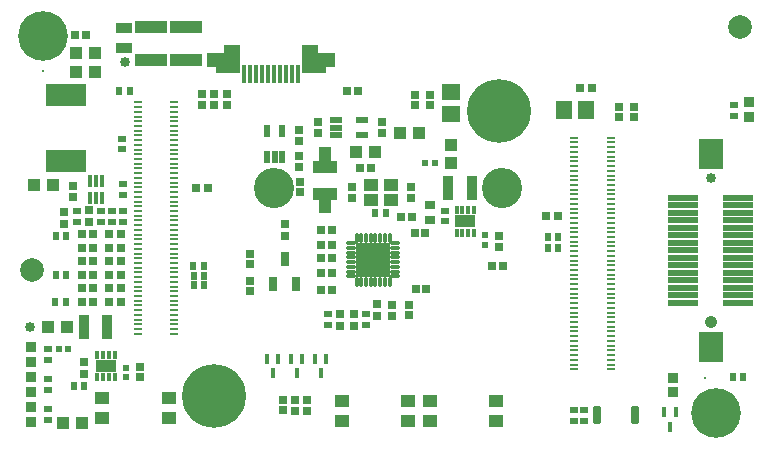
<source format=gbs>
G04*
G04 #@! TF.GenerationSoftware,Altium Limited,Altium Designer,23.3.1 (30)*
G04*
G04 Layer_Color=16711935*
%FSLAX44Y44*%
%MOMM*%
G71*
G04*
G04 #@! TF.SameCoordinates,D45B20F3-F38D-42A2-87FA-560754FB767C*
G04*
G04*
G04 #@! TF.FilePolarity,Negative*
G04*
G01*
G75*
%ADD10C,0.2032*%
%ADD55R,0.7216X0.7216*%
%ADD59R,1.3016X1.1016*%
%ADD67R,0.6516X0.7516*%
%ADD68R,0.7516X0.6516*%
%ADD69R,1.1016X1.0016*%
%ADD70C,0.8516*%
%ADD71R,0.6516X0.5516*%
%ADD73R,0.7216X0.7216*%
%ADD74R,1.6016X1.4016*%
%ADD75R,0.5516X0.6516*%
%ADD77C,2.0000*%
%ADD87R,2.7016X1.0516*%
%ADD88R,1.0016X1.1016*%
%ADD91C,1.0524*%
%ADD92C,0.8524*%
%ADD93C,5.4000*%
%ADD95C,4.2032*%
%ADD96C,3.4032*%
%ADD97C,0.6080*%
%ADD136R,3.4000X1.8500*%
%ADD154R,0.6725X0.7154*%
%ADD162R,2.6524X0.5024*%
%ADD163R,2.1524X2.6524*%
%ADD164R,0.8016X0.2816*%
G04:AMPARAMS|DCode=165|XSize=0.6516mm|YSize=1.6016mm|CornerRadius=0.1883mm|HoleSize=0mm|Usage=FLASHONLY|Rotation=180.000|XOffset=0mm|YOffset=0mm|HoleType=Round|Shape=RoundedRectangle|*
%AMROUNDEDRECTD165*
21,1,0.6516,1.2250,0,0,180.0*
21,1,0.2750,1.6016,0,0,180.0*
1,1,0.3766,-0.1375,0.6125*
1,1,0.3766,0.1375,0.6125*
1,1,0.3766,0.1375,-0.6125*
1,1,0.3766,-0.1375,-0.6125*
%
%ADD165ROUNDEDRECTD165*%
%ADD166R,0.4016X1.0516*%
%ADD167R,0.4016X0.8116*%
%ADD168R,0.5000X1.0000*%
%ADD169R,0.9016X0.7016*%
%ADD170R,1.7400X1.0400*%
%ADD171R,0.4200X0.6400*%
%ADD172R,0.9016X0.9016*%
%ADD173R,0.9016X2.1016*%
%ADD174R,1.1016X1.1016*%
%ADD175R,0.4066X1.5066*%
%ADD176R,1.4016X1.6016*%
%ADD177R,1.0000X0.5000*%
%ADD178R,0.6516X0.7016*%
%ADD179R,0.6216X0.6216*%
%ADD180R,0.6216X0.6216*%
%ADD181R,2.1016X1.1016*%
%ADD182O,0.8524X0.3524*%
%ADD183R,2.8524X2.8524*%
%ADD184O,0.3524X0.8524*%
%ADD185R,0.7516X1.2016*%
%ADD186R,1.4016X0.9516*%
%ADD187R,0.6516X0.6516*%
%ADD188R,1.3516X2.4016*%
%ADD189R,2.7516X1.2016*%
%ADD190R,2.0516X1.7016*%
G36*
X-326760Y186466D02*
X-326665Y186437D01*
X-326576Y186389D01*
X-326499Y186326D01*
X-326436Y186249D01*
X-326388Y186160D01*
X-326359Y186065D01*
X-326349Y185965D01*
Y170465D01*
X-326359Y170365D01*
X-326388Y170270D01*
X-326436Y170181D01*
X-326499Y170104D01*
X-326576Y170041D01*
X-326665Y169993D01*
X-326760Y169964D01*
X-326860Y169954D01*
X-335860D01*
X-335960Y169964D01*
X-336055Y169993D01*
X-336143Y170041D01*
X-336221Y170104D01*
X-336284Y170181D01*
X-336331Y170270D01*
X-336361Y170365D01*
X-336370Y170465D01*
Y185965D01*
X-336361Y186065D01*
X-336331Y186160D01*
X-336284Y186249D01*
X-336221Y186326D01*
X-336143Y186389D01*
X-336055Y186437D01*
X-335960Y186466D01*
X-335860Y186475D01*
X-326860D01*
X-326760Y186466D01*
D02*
G37*
G36*
Y225466D02*
X-326665Y225437D01*
X-326576Y225389D01*
X-326499Y225326D01*
X-326436Y225249D01*
X-326388Y225160D01*
X-326359Y225065D01*
X-326349Y224965D01*
Y208965D01*
X-326359Y208865D01*
X-326388Y208770D01*
X-326436Y208681D01*
X-326499Y208604D01*
X-326576Y208541D01*
X-326665Y208493D01*
X-326760Y208464D01*
X-326860Y208454D01*
X-335860D01*
X-335960Y208464D01*
X-336055Y208493D01*
X-336143Y208541D01*
X-336221Y208604D01*
X-336284Y208681D01*
X-336331Y208770D01*
X-336361Y208865D01*
X-336370Y208965D01*
Y224965D01*
X-336361Y225065D01*
X-336331Y225160D01*
X-336284Y225249D01*
X-336221Y225326D01*
X-336143Y225389D01*
X-336055Y225437D01*
X-335960Y225466D01*
X-335860Y225475D01*
X-326860D01*
X-326760Y225466D01*
D02*
G37*
D10*
X-570000Y290000D02*
D03*
X-10000Y30000D02*
D03*
D55*
X-189738Y124714D02*
D03*
X-180738D02*
D03*
X-246454Y152400D02*
D03*
X-255455D02*
D03*
X-334590Y155555D02*
D03*
X-325590D02*
D03*
X-245690Y105410D02*
D03*
X-254690D02*
D03*
X-257700Y166370D02*
D03*
X-266700D02*
D03*
X-301570Y207625D02*
D03*
X-292570D02*
D03*
X-325590Y104755D02*
D03*
X-334590D02*
D03*
X-325590Y118725D02*
D03*
X-334590D02*
D03*
X-542870Y320655D02*
D03*
X-533870D02*
D03*
D59*
X-292870Y193805D02*
D03*
X-275870Y180805D02*
D03*
X-292870D02*
D03*
X-275870Y193805D02*
D03*
X-317450Y10385D02*
D03*
Y-6615D02*
D03*
X-261450Y10385D02*
D03*
Y-6615D02*
D03*
X-519888Y12925D02*
D03*
Y-4075D02*
D03*
X-463888Y12925D02*
D03*
Y-4075D02*
D03*
X-242520Y10385D02*
D03*
Y-6615D02*
D03*
X-186520Y10385D02*
D03*
Y-6615D02*
D03*
D67*
X-144112Y167386D02*
D03*
X-134112D02*
D03*
X-527507Y128805D02*
D03*
X-537507D02*
D03*
X-537507Y140235D02*
D03*
X-527507D02*
D03*
X-335090Y131425D02*
D03*
X-325090D02*
D03*
X-335090Y142855D02*
D03*
X-325090D02*
D03*
X-504393Y117375D02*
D03*
X-514393D02*
D03*
X-504393Y105945D02*
D03*
X-514393D02*
D03*
X-537507Y151665D02*
D03*
X-527507D02*
D03*
X-504393Y128805D02*
D03*
X-514393D02*
D03*
X-537507Y105945D02*
D03*
X-527507D02*
D03*
X-504393Y151665D02*
D03*
X-514393D02*
D03*
X-504393Y94515D02*
D03*
X-514393D02*
D03*
X-537507Y117375D02*
D03*
X-527507D02*
D03*
X-504393Y140235D02*
D03*
X-514393D02*
D03*
X-537507Y94515D02*
D03*
X-527507D02*
D03*
X-115490Y275844D02*
D03*
X-105490D02*
D03*
X-313122Y273050D02*
D03*
X-303122D02*
D03*
X-440356Y191008D02*
D03*
X-430356D02*
D03*
D68*
X-535830Y33635D02*
D03*
Y43635D02*
D03*
X-365650Y160555D02*
D03*
Y150555D02*
D03*
X-287020Y82745D02*
D03*
Y92745D02*
D03*
X-307230Y84355D02*
D03*
Y74355D02*
D03*
X-318660Y84355D02*
D03*
Y74355D02*
D03*
X-531047Y171905D02*
D03*
Y161905D02*
D03*
D69*
X-224790Y211710D02*
D03*
Y227710D02*
D03*
D70*
X-500407Y297180D02*
D03*
X-581152Y72898D02*
D03*
D71*
X-111760Y-6460D02*
D03*
Y2540D02*
D03*
X-120650Y2540D02*
D03*
Y-6460D02*
D03*
X-502920Y223592D02*
D03*
Y232592D02*
D03*
X14986Y260968D02*
D03*
Y251968D02*
D03*
X-502810Y162485D02*
D03*
Y171485D02*
D03*
X-566310Y45645D02*
D03*
Y54645D02*
D03*
Y20245D02*
D03*
Y29245D02*
D03*
Y-5155D02*
D03*
Y3845D02*
D03*
X-297070Y83855D02*
D03*
Y74855D02*
D03*
X-328820Y83855D02*
D03*
Y74855D02*
D03*
X-230124Y171632D02*
D03*
Y162632D02*
D03*
X-520887Y162405D02*
D03*
Y171405D02*
D03*
X-511997Y171405D02*
D03*
Y162405D02*
D03*
X-541207Y171405D02*
D03*
Y162405D02*
D03*
X-502810Y194345D02*
D03*
Y185345D02*
D03*
D73*
X-353568Y239915D02*
D03*
Y230915D02*
D03*
X-353568Y217860D02*
D03*
Y208860D02*
D03*
X-242570Y269930D02*
D03*
Y260930D02*
D03*
X-255270D02*
D03*
Y269930D02*
D03*
X-414110Y261545D02*
D03*
Y270545D02*
D03*
X-425340Y261545D02*
D03*
Y270545D02*
D03*
X-435610Y261545D02*
D03*
Y270545D02*
D03*
X-488188Y30552D02*
D03*
Y39552D02*
D03*
X-274320Y82745D02*
D03*
Y91745D02*
D03*
X-260350Y92130D02*
D03*
Y83130D02*
D03*
X-352552Y187305D02*
D03*
Y196305D02*
D03*
X-258970Y191805D02*
D03*
Y182805D02*
D03*
X-308500Y182805D02*
D03*
Y191805D02*
D03*
X-184150Y141296D02*
D03*
Y150296D02*
D03*
X-544830Y183460D02*
D03*
Y192460D02*
D03*
X-394970Y112450D02*
D03*
Y103450D02*
D03*
Y126310D02*
D03*
Y135310D02*
D03*
X-337710Y237415D02*
D03*
Y246415D02*
D03*
X-283100Y237415D02*
D03*
Y246415D02*
D03*
X-69850Y250770D02*
D03*
Y259770D02*
D03*
X-82550D02*
D03*
Y250770D02*
D03*
D74*
X-224790Y272390D02*
D03*
Y253390D02*
D03*
D75*
X-505642Y273050D02*
D03*
X-496642D02*
D03*
X-442650Y116586D02*
D03*
X-433650D02*
D03*
X-142820Y149205D02*
D03*
X-133820D02*
D03*
X22788Y30480D02*
D03*
X13788D02*
D03*
X-133820Y140315D02*
D03*
X-142820D02*
D03*
X-433880Y124775D02*
D03*
X-442880D02*
D03*
X-433650Y108458D02*
D03*
X-442650D02*
D03*
X-544140Y23475D02*
D03*
X-535140D02*
D03*
X-559867Y94515D02*
D03*
X-550867D02*
D03*
X-559490Y117375D02*
D03*
X-550490D02*
D03*
X-559490Y149860D02*
D03*
X-550490D02*
D03*
X-279870Y169525D02*
D03*
X-288870D02*
D03*
D77*
X19617Y327152D02*
D03*
X-579882Y121412D02*
D03*
D87*
X-478680Y299035D02*
D03*
Y327035D02*
D03*
X-449470Y299035D02*
D03*
Y327035D02*
D03*
D88*
X-289070Y221595D02*
D03*
X-305070D02*
D03*
X-552974Y-8021D02*
D03*
X-536974D02*
D03*
X-549784Y73152D02*
D03*
X-565784D02*
D03*
X-561468Y193335D02*
D03*
X-577468D02*
D03*
X-526560Y288905D02*
D03*
X-542560D02*
D03*
X-526560Y305415D02*
D03*
X-542560D02*
D03*
X-268122Y237415D02*
D03*
X-252122D02*
D03*
D91*
X-4868Y77070D02*
D03*
D92*
Y199070D02*
D03*
D93*
X-183830Y256444D02*
D03*
X-425580Y14444D02*
D03*
D95*
X-570000Y320000D02*
D03*
X0Y0D02*
D03*
D96*
X-374540Y191115D02*
D03*
X-181500D02*
D03*
D97*
X-204580Y256444D02*
D03*
X-163080D02*
D03*
X-183830Y235694D02*
D03*
Y277194D02*
D03*
X-425580Y35194D02*
D03*
Y-6306D02*
D03*
X-404830Y14444D02*
D03*
X-446330D02*
D03*
D136*
X-550308Y213911D02*
D03*
Y269411D02*
D03*
D154*
X-552637Y160849D02*
D03*
Y170421D02*
D03*
D162*
X-28368Y93620D02*
D03*
Y99970D02*
D03*
Y106320D02*
D03*
Y112670D02*
D03*
Y119020D02*
D03*
Y125370D02*
D03*
Y131720D02*
D03*
Y138070D02*
D03*
Y144420D02*
D03*
Y150770D02*
D03*
Y157120D02*
D03*
Y163470D02*
D03*
Y169820D02*
D03*
Y176170D02*
D03*
Y182520D02*
D03*
X18632Y93620D02*
D03*
Y99970D02*
D03*
Y106320D02*
D03*
Y112670D02*
D03*
Y119020D02*
D03*
Y125370D02*
D03*
Y131720D02*
D03*
Y138070D02*
D03*
Y144420D02*
D03*
Y150770D02*
D03*
Y157120D02*
D03*
Y163470D02*
D03*
Y169820D02*
D03*
Y176170D02*
D03*
Y182520D02*
D03*
D163*
X-4868Y56570D02*
D03*
Y219570D02*
D03*
D164*
X-89430Y37443D02*
D03*
X-120230D02*
D03*
X-89430Y41443D02*
D03*
X-120230D02*
D03*
X-89430Y45443D02*
D03*
X-120230D02*
D03*
X-89430Y49443D02*
D03*
X-120230D02*
D03*
X-89430Y53443D02*
D03*
X-120230D02*
D03*
X-89430Y57443D02*
D03*
X-120230D02*
D03*
X-89430Y61443D02*
D03*
X-120230D02*
D03*
X-89430Y65443D02*
D03*
X-120230D02*
D03*
X-89430Y69443D02*
D03*
X-120230D02*
D03*
X-89430Y73443D02*
D03*
X-120230D02*
D03*
X-89430Y77443D02*
D03*
X-120230D02*
D03*
X-89430Y81443D02*
D03*
X-120230D02*
D03*
Y85443D02*
D03*
X-89430D02*
D03*
Y89443D02*
D03*
X-120230D02*
D03*
X-89430Y93443D02*
D03*
X-120230D02*
D03*
X-89430Y97443D02*
D03*
X-120230D02*
D03*
X-89430Y101443D02*
D03*
X-120230D02*
D03*
Y105443D02*
D03*
X-89430D02*
D03*
Y109443D02*
D03*
X-120230D02*
D03*
Y113443D02*
D03*
X-89430D02*
D03*
X-120230Y117443D02*
D03*
X-89430D02*
D03*
X-120230Y121443D02*
D03*
X-89430D02*
D03*
X-120230Y125443D02*
D03*
X-89430D02*
D03*
X-120230Y129443D02*
D03*
X-89430D02*
D03*
Y133443D02*
D03*
X-120230D02*
D03*
Y137443D02*
D03*
X-89430D02*
D03*
X-120230Y141443D02*
D03*
X-89430D02*
D03*
X-120230Y145443D02*
D03*
X-89430D02*
D03*
X-120230Y149443D02*
D03*
X-89430D02*
D03*
Y153443D02*
D03*
X-120230D02*
D03*
Y157443D02*
D03*
X-89430D02*
D03*
Y161443D02*
D03*
X-120230D02*
D03*
X-89430Y165443D02*
D03*
X-120230D02*
D03*
X-89430Y169443D02*
D03*
X-120230D02*
D03*
Y173443D02*
D03*
X-89430D02*
D03*
Y177443D02*
D03*
X-120230D02*
D03*
X-89430Y181443D02*
D03*
X-120230D02*
D03*
Y185443D02*
D03*
X-89430D02*
D03*
Y189443D02*
D03*
X-120230D02*
D03*
X-89430Y193443D02*
D03*
X-120230D02*
D03*
Y197443D02*
D03*
X-89430D02*
D03*
Y201443D02*
D03*
X-120230D02*
D03*
X-89430Y205443D02*
D03*
X-120230D02*
D03*
X-89430Y209443D02*
D03*
X-120230D02*
D03*
X-89430Y213443D02*
D03*
X-120230D02*
D03*
X-89430Y217443D02*
D03*
X-120230D02*
D03*
X-89430Y221443D02*
D03*
X-120230D02*
D03*
Y225443D02*
D03*
X-89430D02*
D03*
Y229443D02*
D03*
X-120230D02*
D03*
X-89430Y233443D02*
D03*
X-120230D02*
D03*
X-489980Y263443D02*
D03*
X-459180D02*
D03*
X-489980Y259443D02*
D03*
X-459180D02*
D03*
Y255443D02*
D03*
X-489980D02*
D03*
Y251443D02*
D03*
X-459180D02*
D03*
X-489980Y247443D02*
D03*
X-459180D02*
D03*
X-489980Y243443D02*
D03*
X-459180D02*
D03*
X-489980Y239443D02*
D03*
X-459180D02*
D03*
X-489980Y235443D02*
D03*
X-459180D02*
D03*
X-489980Y231443D02*
D03*
X-459180D02*
D03*
Y227443D02*
D03*
X-489980D02*
D03*
Y223443D02*
D03*
X-459180D02*
D03*
X-489980Y219443D02*
D03*
X-459180D02*
D03*
Y215443D02*
D03*
X-489980D02*
D03*
Y211443D02*
D03*
X-459180D02*
D03*
X-489980Y207443D02*
D03*
X-459180D02*
D03*
Y203443D02*
D03*
X-489980D02*
D03*
Y199443D02*
D03*
X-459180D02*
D03*
X-489980Y195443D02*
D03*
X-459180D02*
D03*
X-489980Y191443D02*
D03*
X-459180D02*
D03*
Y187443D02*
D03*
X-489980D02*
D03*
Y183443D02*
D03*
X-459180D02*
D03*
Y179443D02*
D03*
X-489980D02*
D03*
X-459180Y175443D02*
D03*
X-489980D02*
D03*
X-459180Y171443D02*
D03*
X-489980D02*
D03*
X-459180Y167443D02*
D03*
X-489980D02*
D03*
Y163443D02*
D03*
X-459180D02*
D03*
Y159443D02*
D03*
X-489980D02*
D03*
X-459180Y155443D02*
D03*
X-489980D02*
D03*
X-459180Y151443D02*
D03*
X-489980D02*
D03*
X-459180Y147443D02*
D03*
X-489980D02*
D03*
X-459180Y143443D02*
D03*
X-489980D02*
D03*
Y139443D02*
D03*
X-459180D02*
D03*
Y135443D02*
D03*
X-489980D02*
D03*
Y131443D02*
D03*
X-459180D02*
D03*
X-489980Y127443D02*
D03*
X-459180D02*
D03*
X-489980Y123443D02*
D03*
X-459180D02*
D03*
X-489980Y119443D02*
D03*
X-459180D02*
D03*
Y115443D02*
D03*
X-489980D02*
D03*
Y111443D02*
D03*
X-459180D02*
D03*
X-489980Y107443D02*
D03*
X-459180D02*
D03*
X-489980Y103443D02*
D03*
X-459180D02*
D03*
X-489980Y99443D02*
D03*
X-459180D02*
D03*
X-489980Y95443D02*
D03*
X-459180D02*
D03*
X-489980Y91443D02*
D03*
X-459180D02*
D03*
X-489980Y87443D02*
D03*
X-459180D02*
D03*
X-489980Y83443D02*
D03*
X-459180D02*
D03*
X-489980Y79443D02*
D03*
X-459180D02*
D03*
X-489980Y75443D02*
D03*
X-459180D02*
D03*
X-489980Y71443D02*
D03*
X-459180D02*
D03*
X-489980Y67443D02*
D03*
X-459180D02*
D03*
D165*
X-101340Y-1270D02*
D03*
X-68840D02*
D03*
D166*
X-530547Y182225D02*
D03*
X-525547D02*
D03*
X-520547D02*
D03*
Y197225D02*
D03*
X-525547D02*
D03*
X-530547D02*
D03*
D167*
X-39370Y-11180D02*
D03*
X-34370Y1020D02*
D03*
X-44370D02*
D03*
X-340170Y46085D02*
D03*
X-330170D02*
D03*
X-335170Y33885D02*
D03*
X-360490Y46085D02*
D03*
X-350490D02*
D03*
X-355490Y33885D02*
D03*
X-380810Y46085D02*
D03*
X-370810D02*
D03*
X-375810Y33885D02*
D03*
D168*
X-380642Y239346D02*
D03*
Y217346D02*
D03*
X-367642Y239346D02*
D03*
Y217346D02*
D03*
X-374142D02*
D03*
D169*
X-242316Y176934D02*
D03*
Y163934D02*
D03*
D170*
X-212558Y162712D02*
D03*
X-516780Y39985D02*
D03*
D171*
X-205058Y153212D02*
D03*
X-210058D02*
D03*
X-215058D02*
D03*
X-220058D02*
D03*
X-205058Y172212D02*
D03*
X-210058D02*
D03*
X-215058D02*
D03*
X-220058D02*
D03*
X-524280Y49485D02*
D03*
X-519280D02*
D03*
X-514280D02*
D03*
X-509280D02*
D03*
X-524280Y30485D02*
D03*
X-519280D02*
D03*
X-514280D02*
D03*
X-509280D02*
D03*
D172*
X27178Y263335D02*
D03*
Y250835D02*
D03*
X-36830Y17880D02*
D03*
Y30380D02*
D03*
X-580280Y-6905D02*
D03*
Y5595D02*
D03*
Y18495D02*
D03*
Y30995D02*
D03*
Y43895D02*
D03*
Y56395D02*
D03*
D173*
X-227170Y191115D02*
D03*
X-207170D02*
D03*
X-535670Y73005D02*
D03*
X-515670D02*
D03*
D174*
X-339960Y297525D02*
D03*
X-414110Y297445D02*
D03*
D175*
X-354620Y287635D02*
D03*
X-359620D02*
D03*
X-364620D02*
D03*
X-369620D02*
D03*
X-374620D02*
D03*
X-379620D02*
D03*
X-384620D02*
D03*
X-389620D02*
D03*
X-394620D02*
D03*
X-399620D02*
D03*
D03*
D176*
X-129197Y256648D02*
D03*
X-110197D02*
D03*
D177*
X-300040Y248415D02*
D03*
X-322040D02*
D03*
X-300040Y235415D02*
D03*
X-322040D02*
D03*
Y241915D02*
D03*
D178*
X-366920Y11215D02*
D03*
Y2715D02*
D03*
D179*
X-548704Y54356D02*
D03*
X-556704D02*
D03*
X-246570Y211710D02*
D03*
X-238570D02*
D03*
D180*
X-499618Y30798D02*
D03*
Y38798D02*
D03*
X-196088Y142812D02*
D03*
Y150812D02*
D03*
D181*
X-331360Y208965D02*
D03*
Y185965D02*
D03*
D182*
X-309470Y144155D02*
D03*
Y140155D02*
D03*
Y136155D02*
D03*
Y132155D02*
D03*
Y128155D02*
D03*
Y124155D02*
D03*
Y120155D02*
D03*
Y116155D02*
D03*
X-271970D02*
D03*
Y120155D02*
D03*
Y124155D02*
D03*
Y128155D02*
D03*
Y132155D02*
D03*
Y136155D02*
D03*
Y140155D02*
D03*
Y144155D02*
D03*
D183*
X-290720Y130155D02*
D03*
D184*
X-276720Y148905D02*
D03*
X-280720D02*
D03*
X-284720D02*
D03*
X-288720D02*
D03*
X-292720D02*
D03*
X-296720D02*
D03*
X-300720D02*
D03*
X-304720D02*
D03*
Y111405D02*
D03*
X-300720D02*
D03*
X-296720D02*
D03*
X-292720D02*
D03*
X-288720D02*
D03*
X-284720D02*
D03*
X-280720D02*
D03*
X-276720D02*
D03*
D185*
X-356050Y109495D02*
D03*
X-375250D02*
D03*
X-365650Y130495D02*
D03*
D186*
X-501540Y326615D02*
D03*
Y309615D02*
D03*
D187*
X-346600Y2465D02*
D03*
Y11465D02*
D03*
X-356760Y2465D02*
D03*
Y11465D02*
D03*
D188*
X-343870Y300135D02*
D03*
X-410370Y300135D02*
D03*
D189*
X-336870Y299135D02*
D03*
X-417369Y299135D02*
D03*
D190*
X-340370Y296635D02*
D03*
X-413870Y296635D02*
D03*
M02*

</source>
